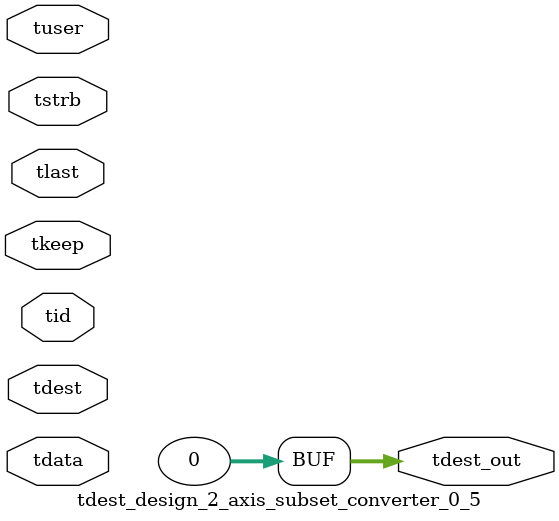
<source format=v>


`timescale 1ps/1ps

module tdest_design_2_axis_subset_converter_0_5 #
(
parameter C_S_AXIS_TDATA_WIDTH = 32,
parameter C_S_AXIS_TUSER_WIDTH = 0,
parameter C_S_AXIS_TID_WIDTH   = 0,
parameter C_S_AXIS_TDEST_WIDTH = 0,
parameter C_M_AXIS_TDEST_WIDTH = 32
)
(
input  [(C_S_AXIS_TDATA_WIDTH == 0 ? 1 : C_S_AXIS_TDATA_WIDTH)-1:0     ] tdata,
input  [(C_S_AXIS_TUSER_WIDTH == 0 ? 1 : C_S_AXIS_TUSER_WIDTH)-1:0     ] tuser,
input  [(C_S_AXIS_TID_WIDTH   == 0 ? 1 : C_S_AXIS_TID_WIDTH)-1:0       ] tid,
input  [(C_S_AXIS_TDEST_WIDTH == 0 ? 1 : C_S_AXIS_TDEST_WIDTH)-1:0     ] tdest,
input  [(C_S_AXIS_TDATA_WIDTH/8)-1:0 ] tkeep,
input  [(C_S_AXIS_TDATA_WIDTH/8)-1:0 ] tstrb,
input                                                                    tlast,
output [C_M_AXIS_TDEST_WIDTH-1:0] tdest_out
);

assign tdest_out = {1'b0};

endmodule


</source>
